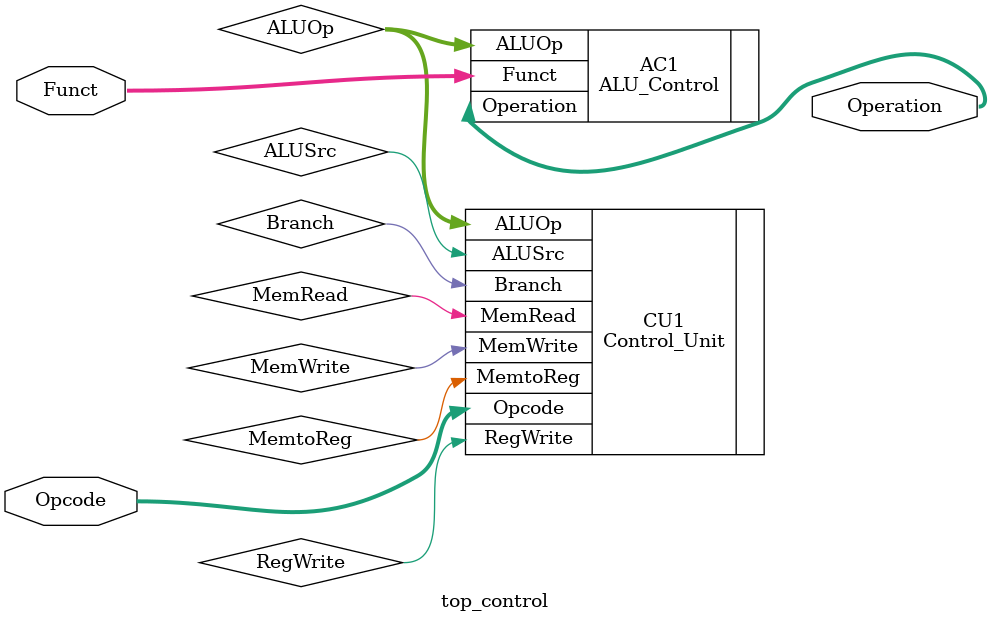
<source format=v>
module top_control
( 
        input [3:0] Funct,
        input [6:0] Opcode,
        output  [3:0] Operation
);      
        wire [1:0] ALUOp;
        wire Branch;
        wire MemRead;
        wire MemtoReg;
        wire MemWrite;
        wire ALUSrc;
        wire RegWrite;
        
 Control_Unit CU1
 (
        .ALUOp(ALUOp),
        .MemRead(MemRead),
        .MemtoReg(MemtoReg),
        .Branch(Branch),
        .MemWrite(MemWrite),
        .ALUSrc(ALUSrc),
        .RegWrite(RegWrite),
        .Opcode(Opcode)
        
 );       
 
 ALU_Control AC1
 (
        .ALUOp(ALUOp),
        .Funct(Funct),
        .Operation(Operation)
 );
 
 endmodule
</source>
